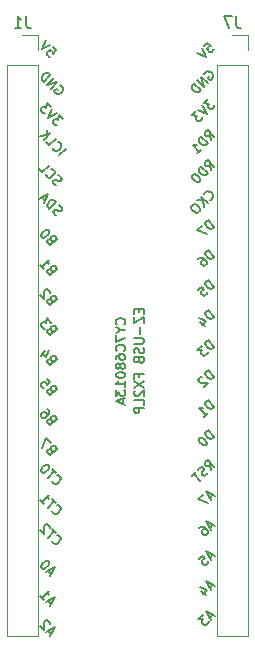
<source format=gbr>
%TF.GenerationSoftware,KiCad,Pcbnew,7.0.2-6a45011f42~172~ubuntu20.04.1*%
%TF.CreationDate,2023-04-23T13:30:35+07:00*%
%TF.ProjectId,EZ-USB-FX2LP-micro,455a2d55-5342-42d4-9658-324c502d6d69,rev?*%
%TF.SameCoordinates,Original*%
%TF.FileFunction,Legend,Bot*%
%TF.FilePolarity,Positive*%
%FSLAX46Y46*%
G04 Gerber Fmt 4.6, Leading zero omitted, Abs format (unit mm)*
G04 Created by KiCad (PCBNEW 7.0.2-6a45011f42~172~ubuntu20.04.1) date 2023-04-23 13:30:35*
%MOMM*%
%LPD*%
G01*
G04 APERTURE LIST*
%ADD10C,0.200000*%
%ADD11C,0.150000*%
%ADD12C,0.120000*%
G04 APERTURE END LIST*
D10*
X153280596Y-126064096D02*
X153011222Y-126333470D01*
X153496096Y-126171845D02*
X152741848Y-125794722D01*
X152741848Y-125794722D02*
X153118972Y-126548969D01*
X152310850Y-126602843D02*
X152687974Y-126979967D01*
X152230038Y-126252657D02*
X152768786Y-126522031D01*
X152768786Y-126522031D02*
X152418600Y-126872217D01*
X139673778Y-122380360D02*
X139673778Y-122434235D01*
X139673778Y-122434235D02*
X139727652Y-122541984D01*
X139727652Y-122541984D02*
X139781527Y-122595859D01*
X139781527Y-122595859D02*
X139889277Y-122649734D01*
X139889277Y-122649734D02*
X139997026Y-122649734D01*
X139997026Y-122649734D02*
X140077839Y-122622796D01*
X140077839Y-122622796D02*
X140212526Y-122541984D01*
X140212526Y-122541984D02*
X140293338Y-122461172D01*
X140293338Y-122461172D02*
X140374150Y-122326485D01*
X140374150Y-122326485D02*
X140401087Y-122245673D01*
X140401087Y-122245673D02*
X140401087Y-122137923D01*
X140401087Y-122137923D02*
X140347213Y-122030174D01*
X140347213Y-122030174D02*
X140293338Y-121976299D01*
X140293338Y-121976299D02*
X140185588Y-121922424D01*
X140185588Y-121922424D02*
X140131713Y-121922424D01*
X140023964Y-121706925D02*
X139700715Y-121383676D01*
X139296654Y-122110986D02*
X139862339Y-121545300D01*
X139485216Y-121275926D02*
X139485216Y-121222051D01*
X139485216Y-121222051D02*
X139458278Y-121141239D01*
X139458278Y-121141239D02*
X139323591Y-121006552D01*
X139323591Y-121006552D02*
X139242779Y-120979615D01*
X139242779Y-120979615D02*
X139188904Y-120979615D01*
X139188904Y-120979615D02*
X139108092Y-121006552D01*
X139108092Y-121006552D02*
X139054217Y-121060427D01*
X139054217Y-121060427D02*
X139000342Y-121168177D01*
X139000342Y-121168177D02*
X139000342Y-121814674D01*
X139000342Y-121814674D02*
X138650156Y-121464488D01*
X153415283Y-111012657D02*
X152849598Y-110446972D01*
X152849598Y-110446972D02*
X152714911Y-110581659D01*
X152714911Y-110581659D02*
X152661036Y-110689409D01*
X152661036Y-110689409D02*
X152661036Y-110797158D01*
X152661036Y-110797158D02*
X152687974Y-110877970D01*
X152687974Y-110877970D02*
X152768786Y-111012657D01*
X152768786Y-111012657D02*
X152849598Y-111093470D01*
X152849598Y-111093470D02*
X152984285Y-111174282D01*
X152984285Y-111174282D02*
X153065097Y-111201219D01*
X153065097Y-111201219D02*
X153172847Y-111201219D01*
X153172847Y-111201219D02*
X153280596Y-111147344D01*
X153280596Y-111147344D02*
X153415283Y-111012657D01*
X152553287Y-111874654D02*
X152876535Y-111551405D01*
X152714911Y-111713030D02*
X152149226Y-111147344D01*
X152149226Y-111147344D02*
X152283913Y-111174282D01*
X152283913Y-111174282D02*
X152391662Y-111174282D01*
X152391662Y-111174282D02*
X152472474Y-111147344D01*
X153415283Y-105932657D02*
X152849598Y-105366972D01*
X152849598Y-105366972D02*
X152714911Y-105501659D01*
X152714911Y-105501659D02*
X152661036Y-105609409D01*
X152661036Y-105609409D02*
X152661036Y-105717158D01*
X152661036Y-105717158D02*
X152687974Y-105797970D01*
X152687974Y-105797970D02*
X152768786Y-105932657D01*
X152768786Y-105932657D02*
X152849598Y-106013470D01*
X152849598Y-106013470D02*
X152984285Y-106094282D01*
X152984285Y-106094282D02*
X153065097Y-106121219D01*
X153065097Y-106121219D02*
X153172847Y-106121219D01*
X153172847Y-106121219D02*
X153280596Y-106067344D01*
X153280596Y-106067344D02*
X153415283Y-105932657D01*
X152337787Y-105878783D02*
X151987601Y-106228969D01*
X151987601Y-106228969D02*
X152391662Y-106255906D01*
X152391662Y-106255906D02*
X152310850Y-106336718D01*
X152310850Y-106336718D02*
X152283913Y-106417531D01*
X152283913Y-106417531D02*
X152283913Y-106471405D01*
X152283913Y-106471405D02*
X152310850Y-106552218D01*
X152310850Y-106552218D02*
X152445537Y-106686905D01*
X152445537Y-106686905D02*
X152526349Y-106713842D01*
X152526349Y-106713842D02*
X152580224Y-106713842D01*
X152580224Y-106713842D02*
X152661036Y-106686905D01*
X152661036Y-106686905D02*
X152822661Y-106525280D01*
X152822661Y-106525280D02*
X152849598Y-106444468D01*
X152849598Y-106444468D02*
X152849598Y-106390593D01*
X152580224Y-82830221D02*
X152607161Y-82749409D01*
X152607161Y-82749409D02*
X152687974Y-82668596D01*
X152687974Y-82668596D02*
X152795723Y-82614722D01*
X152795723Y-82614722D02*
X152903473Y-82614722D01*
X152903473Y-82614722D02*
X152984285Y-82641659D01*
X152984285Y-82641659D02*
X153118972Y-82722471D01*
X153118972Y-82722471D02*
X153199784Y-82803283D01*
X153199784Y-82803283D02*
X153280596Y-82937970D01*
X153280596Y-82937970D02*
X153307534Y-83018783D01*
X153307534Y-83018783D02*
X153307534Y-83126532D01*
X153307534Y-83126532D02*
X153253659Y-83234282D01*
X153253659Y-83234282D02*
X153199784Y-83288157D01*
X153199784Y-83288157D02*
X153092035Y-83342031D01*
X153092035Y-83342031D02*
X153038160Y-83342031D01*
X153038160Y-83342031D02*
X152849598Y-83153470D01*
X152849598Y-83153470D02*
X152957348Y-83045720D01*
X152849598Y-83638343D02*
X152283913Y-83072657D01*
X152283913Y-83072657D02*
X152526349Y-83961592D01*
X152526349Y-83961592D02*
X151960664Y-83395906D01*
X152256975Y-84230965D02*
X151691290Y-83665280D01*
X151691290Y-83665280D02*
X151556603Y-83799967D01*
X151556603Y-83799967D02*
X151502728Y-83907717D01*
X151502728Y-83907717D02*
X151502728Y-84015466D01*
X151502728Y-84015466D02*
X151529665Y-84096278D01*
X151529665Y-84096278D02*
X151610478Y-84230965D01*
X151610478Y-84230965D02*
X151691290Y-84311778D01*
X151691290Y-84311778D02*
X151825977Y-84392590D01*
X151825977Y-84392590D02*
X151906789Y-84419527D01*
X151906789Y-84419527D02*
X152014539Y-84419527D01*
X152014539Y-84419527D02*
X152122288Y-84365652D01*
X152122288Y-84365652D02*
X152256975Y-84230965D01*
X139619903Y-104492610D02*
X139512154Y-104438735D01*
X139512154Y-104438735D02*
X139458279Y-104438735D01*
X139458279Y-104438735D02*
X139377467Y-104465673D01*
X139377467Y-104465673D02*
X139296654Y-104546485D01*
X139296654Y-104546485D02*
X139269717Y-104627297D01*
X139269717Y-104627297D02*
X139269717Y-104681172D01*
X139269717Y-104681172D02*
X139296654Y-104761984D01*
X139296654Y-104761984D02*
X139512154Y-104977483D01*
X139512154Y-104977483D02*
X140077839Y-104411798D01*
X140077839Y-104411798D02*
X139889277Y-104223236D01*
X139889277Y-104223236D02*
X139808465Y-104196299D01*
X139808465Y-104196299D02*
X139754590Y-104196299D01*
X139754590Y-104196299D02*
X139673778Y-104223236D01*
X139673778Y-104223236D02*
X139619903Y-104277111D01*
X139619903Y-104277111D02*
X139592966Y-104357923D01*
X139592966Y-104357923D02*
X139592966Y-104411798D01*
X139592966Y-104411798D02*
X139619903Y-104492610D01*
X139619903Y-104492610D02*
X139808465Y-104681172D01*
X139566028Y-103899987D02*
X139215842Y-103549801D01*
X139215842Y-103549801D02*
X139188905Y-103953862D01*
X139188905Y-103953862D02*
X139108093Y-103873050D01*
X139108093Y-103873050D02*
X139027280Y-103846113D01*
X139027280Y-103846113D02*
X138973406Y-103846113D01*
X138973406Y-103846113D02*
X138892593Y-103873050D01*
X138892593Y-103873050D02*
X138757906Y-104007737D01*
X138757906Y-104007737D02*
X138730969Y-104088549D01*
X138730969Y-104088549D02*
X138730969Y-104142424D01*
X138730969Y-104142424D02*
X138757906Y-104223236D01*
X138757906Y-104223236D02*
X138919531Y-104384861D01*
X138919531Y-104384861D02*
X139000343Y-104411798D01*
X139000343Y-104411798D02*
X139054218Y-104411798D01*
X153280596Y-120984096D02*
X153011222Y-121253470D01*
X153496096Y-121091845D02*
X152741848Y-120714722D01*
X152741848Y-120714722D02*
X153118972Y-121468969D01*
X152122288Y-121334282D02*
X152230038Y-121226532D01*
X152230038Y-121226532D02*
X152310850Y-121199595D01*
X152310850Y-121199595D02*
X152364725Y-121199595D01*
X152364725Y-121199595D02*
X152499412Y-121226532D01*
X152499412Y-121226532D02*
X152634099Y-121307344D01*
X152634099Y-121307344D02*
X152849598Y-121522843D01*
X152849598Y-121522843D02*
X152876536Y-121603656D01*
X152876536Y-121603656D02*
X152876536Y-121657530D01*
X152876536Y-121657530D02*
X152849598Y-121738343D01*
X152849598Y-121738343D02*
X152741849Y-121846092D01*
X152741849Y-121846092D02*
X152661036Y-121873030D01*
X152661036Y-121873030D02*
X152607162Y-121873030D01*
X152607162Y-121873030D02*
X152526349Y-121846092D01*
X152526349Y-121846092D02*
X152391662Y-121711405D01*
X152391662Y-121711405D02*
X152364725Y-121630593D01*
X152364725Y-121630593D02*
X152364725Y-121576718D01*
X152364725Y-121576718D02*
X152391662Y-121495906D01*
X152391662Y-121495906D02*
X152499412Y-121388156D01*
X152499412Y-121388156D02*
X152580224Y-121361219D01*
X152580224Y-121361219D02*
X152634099Y-121361219D01*
X152634099Y-121361219D02*
X152714911Y-121388156D01*
X152903473Y-84993097D02*
X152553287Y-85343283D01*
X152553287Y-85343283D02*
X152957348Y-85370221D01*
X152957348Y-85370221D02*
X152876535Y-85451033D01*
X152876535Y-85451033D02*
X152849598Y-85531845D01*
X152849598Y-85531845D02*
X152849598Y-85585720D01*
X152849598Y-85585720D02*
X152876535Y-85666532D01*
X152876535Y-85666532D02*
X153011222Y-85801219D01*
X153011222Y-85801219D02*
X153092035Y-85828157D01*
X153092035Y-85828157D02*
X153145909Y-85828157D01*
X153145909Y-85828157D02*
X153226722Y-85801219D01*
X153226722Y-85801219D02*
X153388346Y-85639595D01*
X153388346Y-85639595D02*
X153415283Y-85558783D01*
X153415283Y-85558783D02*
X153415283Y-85504908D01*
X152391662Y-85504908D02*
X152768786Y-86259155D01*
X152768786Y-86259155D02*
X152014538Y-85882032D01*
X151879852Y-86016718D02*
X151529665Y-86366905D01*
X151529665Y-86366905D02*
X151933726Y-86393842D01*
X151933726Y-86393842D02*
X151852914Y-86474654D01*
X151852914Y-86474654D02*
X151825977Y-86555466D01*
X151825977Y-86555466D02*
X151825977Y-86609341D01*
X151825977Y-86609341D02*
X151852914Y-86690153D01*
X151852914Y-86690153D02*
X151987601Y-86824840D01*
X151987601Y-86824840D02*
X152068413Y-86851778D01*
X152068413Y-86851778D02*
X152122288Y-86851778D01*
X152122288Y-86851778D02*
X152203100Y-86824840D01*
X152203100Y-86824840D02*
X152364725Y-86663216D01*
X152364725Y-86663216D02*
X152391662Y-86582404D01*
X152391662Y-86582404D02*
X152391662Y-86528529D01*
X139673778Y-119840360D02*
X139673778Y-119894235D01*
X139673778Y-119894235D02*
X139727652Y-120001984D01*
X139727652Y-120001984D02*
X139781527Y-120055859D01*
X139781527Y-120055859D02*
X139889277Y-120109734D01*
X139889277Y-120109734D02*
X139997026Y-120109734D01*
X139997026Y-120109734D02*
X140077839Y-120082796D01*
X140077839Y-120082796D02*
X140212526Y-120001984D01*
X140212526Y-120001984D02*
X140293338Y-119921172D01*
X140293338Y-119921172D02*
X140374150Y-119786485D01*
X140374150Y-119786485D02*
X140401087Y-119705673D01*
X140401087Y-119705673D02*
X140401087Y-119597923D01*
X140401087Y-119597923D02*
X140347213Y-119490174D01*
X140347213Y-119490174D02*
X140293338Y-119436299D01*
X140293338Y-119436299D02*
X140185588Y-119382424D01*
X140185588Y-119382424D02*
X140131713Y-119382424D01*
X140023964Y-119166925D02*
X139700715Y-118843676D01*
X139296654Y-119570986D02*
X139862339Y-119005300D01*
X138650156Y-118924488D02*
X138973405Y-119247737D01*
X138811781Y-119086112D02*
X139377466Y-118520427D01*
X139377466Y-118520427D02*
X139350529Y-118655114D01*
X139350529Y-118655114D02*
X139350529Y-118762864D01*
X139350529Y-118762864D02*
X139377466Y-118843676D01*
X153415283Y-108472657D02*
X152849598Y-107906972D01*
X152849598Y-107906972D02*
X152714911Y-108041659D01*
X152714911Y-108041659D02*
X152661036Y-108149409D01*
X152661036Y-108149409D02*
X152661036Y-108257158D01*
X152661036Y-108257158D02*
X152687974Y-108337970D01*
X152687974Y-108337970D02*
X152768786Y-108472657D01*
X152768786Y-108472657D02*
X152849598Y-108553470D01*
X152849598Y-108553470D02*
X152984285Y-108634282D01*
X152984285Y-108634282D02*
X153065097Y-108661219D01*
X153065097Y-108661219D02*
X153172847Y-108661219D01*
X153172847Y-108661219D02*
X153280596Y-108607344D01*
X153280596Y-108607344D02*
X153415283Y-108472657D01*
X152364725Y-108499595D02*
X152310850Y-108499595D01*
X152310850Y-108499595D02*
X152230038Y-108526532D01*
X152230038Y-108526532D02*
X152095351Y-108661219D01*
X152095351Y-108661219D02*
X152068413Y-108742031D01*
X152068413Y-108742031D02*
X152068413Y-108795906D01*
X152068413Y-108795906D02*
X152095351Y-108876718D01*
X152095351Y-108876718D02*
X152149226Y-108930593D01*
X152149226Y-108930593D02*
X152256975Y-108984468D01*
X152256975Y-108984468D02*
X152903473Y-108984468D01*
X152903473Y-108984468D02*
X152553287Y-109334654D01*
X153092035Y-91015906D02*
X153011222Y-90557970D01*
X153415283Y-90692657D02*
X152849598Y-90126972D01*
X152849598Y-90126972D02*
X152634099Y-90342471D01*
X152634099Y-90342471D02*
X152607161Y-90423283D01*
X152607161Y-90423283D02*
X152607161Y-90477158D01*
X152607161Y-90477158D02*
X152634099Y-90557970D01*
X152634099Y-90557970D02*
X152714911Y-90638783D01*
X152714911Y-90638783D02*
X152795723Y-90665720D01*
X152795723Y-90665720D02*
X152849598Y-90665720D01*
X152849598Y-90665720D02*
X152930410Y-90638783D01*
X152930410Y-90638783D02*
X153145909Y-90423283D01*
X152849598Y-91258343D02*
X152283913Y-90692657D01*
X152283913Y-90692657D02*
X152149226Y-90827344D01*
X152149226Y-90827344D02*
X152095351Y-90935094D01*
X152095351Y-90935094D02*
X152095351Y-91042844D01*
X152095351Y-91042844D02*
X152122288Y-91123656D01*
X152122288Y-91123656D02*
X152203100Y-91258343D01*
X152203100Y-91258343D02*
X152283913Y-91339155D01*
X152283913Y-91339155D02*
X152418600Y-91419967D01*
X152418600Y-91419967D02*
X152499412Y-91446905D01*
X152499412Y-91446905D02*
X152607161Y-91446905D01*
X152607161Y-91446905D02*
X152714911Y-91393030D01*
X152714911Y-91393030D02*
X152849598Y-91258343D01*
X151610477Y-91366092D02*
X151556603Y-91419967D01*
X151556603Y-91419967D02*
X151529665Y-91500779D01*
X151529665Y-91500779D02*
X151529665Y-91554654D01*
X151529665Y-91554654D02*
X151556603Y-91635466D01*
X151556603Y-91635466D02*
X151637415Y-91770153D01*
X151637415Y-91770153D02*
X151772102Y-91904840D01*
X151772102Y-91904840D02*
X151906789Y-91985653D01*
X151906789Y-91985653D02*
X151987601Y-92012590D01*
X151987601Y-92012590D02*
X152041476Y-92012590D01*
X152041476Y-92012590D02*
X152122288Y-91985653D01*
X152122288Y-91985653D02*
X152176163Y-91931778D01*
X152176163Y-91931778D02*
X152203100Y-91850966D01*
X152203100Y-91850966D02*
X152203100Y-91797091D01*
X152203100Y-91797091D02*
X152176163Y-91716279D01*
X152176163Y-91716279D02*
X152095351Y-91581592D01*
X152095351Y-91581592D02*
X151960664Y-91446905D01*
X151960664Y-91446905D02*
X151825977Y-91366092D01*
X151825977Y-91366092D02*
X151745164Y-91339155D01*
X151745164Y-91339155D02*
X151691290Y-91339155D01*
X151691290Y-91339155D02*
X151610477Y-91366092D01*
X140023964Y-92277483D02*
X139916215Y-92223609D01*
X139916215Y-92223609D02*
X139781528Y-92088922D01*
X139781528Y-92088922D02*
X139754590Y-92008109D01*
X139754590Y-92008109D02*
X139754590Y-91954235D01*
X139754590Y-91954235D02*
X139781528Y-91873422D01*
X139781528Y-91873422D02*
X139835403Y-91819548D01*
X139835403Y-91819548D02*
X139916215Y-91792610D01*
X139916215Y-91792610D02*
X139970090Y-91792610D01*
X139970090Y-91792610D02*
X140050902Y-91819548D01*
X140050902Y-91819548D02*
X140185589Y-91900360D01*
X140185589Y-91900360D02*
X140266401Y-91927297D01*
X140266401Y-91927297D02*
X140320276Y-91927297D01*
X140320276Y-91927297D02*
X140401088Y-91900360D01*
X140401088Y-91900360D02*
X140454963Y-91846485D01*
X140454963Y-91846485D02*
X140481900Y-91765673D01*
X140481900Y-91765673D02*
X140481900Y-91711798D01*
X140481900Y-91711798D02*
X140454963Y-91630986D01*
X140454963Y-91630986D02*
X140320276Y-91496299D01*
X140320276Y-91496299D02*
X140212526Y-91442424D01*
X139161967Y-91361612D02*
X139161967Y-91415486D01*
X139161967Y-91415486D02*
X139215842Y-91523236D01*
X139215842Y-91523236D02*
X139269717Y-91577111D01*
X139269717Y-91577111D02*
X139377467Y-91630986D01*
X139377467Y-91630986D02*
X139485216Y-91630986D01*
X139485216Y-91630986D02*
X139566028Y-91604048D01*
X139566028Y-91604048D02*
X139700715Y-91523236D01*
X139700715Y-91523236D02*
X139781528Y-91442424D01*
X139781528Y-91442424D02*
X139862340Y-91307737D01*
X139862340Y-91307737D02*
X139889277Y-91226925D01*
X139889277Y-91226925D02*
X139889277Y-91119175D01*
X139889277Y-91119175D02*
X139835402Y-91011425D01*
X139835402Y-91011425D02*
X139781528Y-90957551D01*
X139781528Y-90957551D02*
X139673778Y-90903676D01*
X139673778Y-90903676D02*
X139619903Y-90903676D01*
X138596282Y-90903676D02*
X138865656Y-91173050D01*
X138865656Y-91173050D02*
X139431341Y-90607364D01*
X153038160Y-93502031D02*
X153092035Y-93502031D01*
X153092035Y-93502031D02*
X153199784Y-93448157D01*
X153199784Y-93448157D02*
X153253659Y-93394282D01*
X153253659Y-93394282D02*
X153307534Y-93286532D01*
X153307534Y-93286532D02*
X153307534Y-93178783D01*
X153307534Y-93178783D02*
X153280596Y-93097970D01*
X153280596Y-93097970D02*
X153199784Y-92963283D01*
X153199784Y-92963283D02*
X153118972Y-92882471D01*
X153118972Y-92882471D02*
X152984285Y-92801659D01*
X152984285Y-92801659D02*
X152903473Y-92774722D01*
X152903473Y-92774722D02*
X152795723Y-92774722D01*
X152795723Y-92774722D02*
X152687974Y-92828596D01*
X152687974Y-92828596D02*
X152634099Y-92882471D01*
X152634099Y-92882471D02*
X152580224Y-92990221D01*
X152580224Y-92990221D02*
X152580224Y-93044096D01*
X152849598Y-93798343D02*
X152283913Y-93232657D01*
X152526349Y-94121592D02*
X152445537Y-93555906D01*
X151960664Y-93555906D02*
X152607161Y-93555906D01*
X151610477Y-93906092D02*
X151502728Y-94013842D01*
X151502728Y-94013842D02*
X151475790Y-94094654D01*
X151475790Y-94094654D02*
X151475790Y-94202404D01*
X151475790Y-94202404D02*
X151556603Y-94337091D01*
X151556603Y-94337091D02*
X151745164Y-94525653D01*
X151745164Y-94525653D02*
X151879852Y-94606465D01*
X151879852Y-94606465D02*
X151987601Y-94606465D01*
X151987601Y-94606465D02*
X152068413Y-94579527D01*
X152068413Y-94579527D02*
X152176163Y-94471778D01*
X152176163Y-94471778D02*
X152203100Y-94390966D01*
X152203100Y-94390966D02*
X152203100Y-94283216D01*
X152203100Y-94283216D02*
X152122288Y-94148529D01*
X152122288Y-94148529D02*
X151933726Y-93959967D01*
X151933726Y-93959967D02*
X151799039Y-93879155D01*
X151799039Y-93879155D02*
X151691290Y-93879155D01*
X151691290Y-93879155D02*
X151610477Y-93906092D01*
X153280596Y-128604096D02*
X153011222Y-128873470D01*
X153496096Y-128711845D02*
X152741848Y-128334722D01*
X152741848Y-128334722D02*
X153118972Y-129088969D01*
X152418600Y-128657970D02*
X152068414Y-129008156D01*
X152068414Y-129008156D02*
X152472475Y-129035094D01*
X152472475Y-129035094D02*
X152391662Y-129115906D01*
X152391662Y-129115906D02*
X152364725Y-129196718D01*
X152364725Y-129196718D02*
X152364725Y-129250593D01*
X152364725Y-129250593D02*
X152391662Y-129331405D01*
X152391662Y-129331405D02*
X152526349Y-129466092D01*
X152526349Y-129466092D02*
X152607162Y-129493030D01*
X152607162Y-129493030D02*
X152661036Y-129493030D01*
X152661036Y-129493030D02*
X152741849Y-129466092D01*
X152741849Y-129466092D02*
X152903473Y-129304468D01*
X152903473Y-129304468D02*
X152930410Y-129223656D01*
X152930410Y-129223656D02*
X152930410Y-129169781D01*
X139619903Y-130242796D02*
X139350529Y-129973422D01*
X139512154Y-130458296D02*
X139889277Y-129704048D01*
X139889277Y-129704048D02*
X139135030Y-130081172D01*
X139485217Y-129407737D02*
X139485217Y-129353862D01*
X139485217Y-129353862D02*
X139458279Y-129273050D01*
X139458279Y-129273050D02*
X139323592Y-129138363D01*
X139323592Y-129138363D02*
X139242780Y-129111426D01*
X139242780Y-129111426D02*
X139188905Y-129111426D01*
X139188905Y-129111426D02*
X139108093Y-129138363D01*
X139108093Y-129138363D02*
X139054218Y-129192238D01*
X139054218Y-129192238D02*
X139000343Y-129299988D01*
X139000343Y-129299988D02*
X139000343Y-129946485D01*
X139000343Y-129946485D02*
X138650157Y-129596299D01*
X153415283Y-100852657D02*
X152849598Y-100286972D01*
X152849598Y-100286972D02*
X152714911Y-100421659D01*
X152714911Y-100421659D02*
X152661036Y-100529409D01*
X152661036Y-100529409D02*
X152661036Y-100637158D01*
X152661036Y-100637158D02*
X152687974Y-100717970D01*
X152687974Y-100717970D02*
X152768786Y-100852657D01*
X152768786Y-100852657D02*
X152849598Y-100933470D01*
X152849598Y-100933470D02*
X152984285Y-101014282D01*
X152984285Y-101014282D02*
X153065097Y-101041219D01*
X153065097Y-101041219D02*
X153172847Y-101041219D01*
X153172847Y-101041219D02*
X153280596Y-100987344D01*
X153280596Y-100987344D02*
X153415283Y-100852657D01*
X152014539Y-101122031D02*
X152283913Y-100852657D01*
X152283913Y-100852657D02*
X152580224Y-101095094D01*
X152580224Y-101095094D02*
X152526349Y-101095094D01*
X152526349Y-101095094D02*
X152445537Y-101122031D01*
X152445537Y-101122031D02*
X152310850Y-101256718D01*
X152310850Y-101256718D02*
X152283913Y-101337531D01*
X152283913Y-101337531D02*
X152283913Y-101391405D01*
X152283913Y-101391405D02*
X152310850Y-101472218D01*
X152310850Y-101472218D02*
X152445537Y-101606905D01*
X152445537Y-101606905D02*
X152526349Y-101633842D01*
X152526349Y-101633842D02*
X152580224Y-101633842D01*
X152580224Y-101633842D02*
X152661036Y-101606905D01*
X152661036Y-101606905D02*
X152795723Y-101472218D01*
X152795723Y-101472218D02*
X152822661Y-101391405D01*
X152822661Y-101391405D02*
X152822661Y-101337531D01*
X139619903Y-125162796D02*
X139350529Y-124893422D01*
X139512154Y-125378296D02*
X139889277Y-124624048D01*
X139889277Y-124624048D02*
X139135030Y-125001172D01*
X139404404Y-124139175D02*
X139350530Y-124085301D01*
X139350530Y-124085301D02*
X139269717Y-124058363D01*
X139269717Y-124058363D02*
X139215843Y-124058363D01*
X139215843Y-124058363D02*
X139135030Y-124085301D01*
X139135030Y-124085301D02*
X139000343Y-124166113D01*
X139000343Y-124166113D02*
X138865656Y-124300800D01*
X138865656Y-124300800D02*
X138784844Y-124435487D01*
X138784844Y-124435487D02*
X138757907Y-124516299D01*
X138757907Y-124516299D02*
X138757907Y-124570174D01*
X138757907Y-124570174D02*
X138784844Y-124650986D01*
X138784844Y-124650986D02*
X138838719Y-124704861D01*
X138838719Y-124704861D02*
X138919531Y-124731798D01*
X138919531Y-124731798D02*
X138973406Y-124731798D01*
X138973406Y-124731798D02*
X139054218Y-124704861D01*
X139054218Y-124704861D02*
X139188905Y-124624049D01*
X139188905Y-124624049D02*
X139323592Y-124489362D01*
X139323592Y-124489362D02*
X139404404Y-124354675D01*
X139404404Y-124354675D02*
X139431342Y-124273862D01*
X139431342Y-124273862D02*
X139431342Y-124219988D01*
X139431342Y-124219988D02*
X139404404Y-124139175D01*
X153280596Y-123524096D02*
X153011222Y-123793470D01*
X153496096Y-123631845D02*
X152741848Y-123254722D01*
X152741848Y-123254722D02*
X153118972Y-124008969D01*
X152095351Y-123901219D02*
X152364725Y-123631845D01*
X152364725Y-123631845D02*
X152661036Y-123874282D01*
X152661036Y-123874282D02*
X152607162Y-123874282D01*
X152607162Y-123874282D02*
X152526349Y-123901219D01*
X152526349Y-123901219D02*
X152391662Y-124035906D01*
X152391662Y-124035906D02*
X152364725Y-124116718D01*
X152364725Y-124116718D02*
X152364725Y-124170593D01*
X152364725Y-124170593D02*
X152391662Y-124251405D01*
X152391662Y-124251405D02*
X152526349Y-124386092D01*
X152526349Y-124386092D02*
X152607162Y-124413030D01*
X152607162Y-124413030D02*
X152661036Y-124413030D01*
X152661036Y-124413030D02*
X152741849Y-124386092D01*
X152741849Y-124386092D02*
X152876536Y-124251405D01*
X152876536Y-124251405D02*
X152903473Y-124170593D01*
X152903473Y-124170593D02*
X152903473Y-124116718D01*
X139619903Y-109572610D02*
X139512154Y-109518735D01*
X139512154Y-109518735D02*
X139458279Y-109518735D01*
X139458279Y-109518735D02*
X139377467Y-109545673D01*
X139377467Y-109545673D02*
X139296654Y-109626485D01*
X139296654Y-109626485D02*
X139269717Y-109707297D01*
X139269717Y-109707297D02*
X139269717Y-109761172D01*
X139269717Y-109761172D02*
X139296654Y-109841984D01*
X139296654Y-109841984D02*
X139512154Y-110057483D01*
X139512154Y-110057483D02*
X140077839Y-109491798D01*
X140077839Y-109491798D02*
X139889277Y-109303236D01*
X139889277Y-109303236D02*
X139808465Y-109276299D01*
X139808465Y-109276299D02*
X139754590Y-109276299D01*
X139754590Y-109276299D02*
X139673778Y-109303236D01*
X139673778Y-109303236D02*
X139619903Y-109357111D01*
X139619903Y-109357111D02*
X139592966Y-109437923D01*
X139592966Y-109437923D02*
X139592966Y-109491798D01*
X139592966Y-109491798D02*
X139619903Y-109572610D01*
X139619903Y-109572610D02*
X139808465Y-109761172D01*
X139242780Y-108656739D02*
X139512154Y-108926113D01*
X139512154Y-108926113D02*
X139269717Y-109222424D01*
X139269717Y-109222424D02*
X139269717Y-109168549D01*
X139269717Y-109168549D02*
X139242780Y-109087737D01*
X139242780Y-109087737D02*
X139108093Y-108953050D01*
X139108093Y-108953050D02*
X139027280Y-108926113D01*
X139027280Y-108926113D02*
X138973406Y-108926113D01*
X138973406Y-108926113D02*
X138892593Y-108953050D01*
X138892593Y-108953050D02*
X138757906Y-109087737D01*
X138757906Y-109087737D02*
X138730969Y-109168549D01*
X138730969Y-109168549D02*
X138730969Y-109222424D01*
X138730969Y-109222424D02*
X138757906Y-109303236D01*
X138757906Y-109303236D02*
X138892593Y-109437923D01*
X138892593Y-109437923D02*
X138973406Y-109464861D01*
X138973406Y-109464861D02*
X139027280Y-109464861D01*
X139619903Y-99412610D02*
X139512154Y-99358735D01*
X139512154Y-99358735D02*
X139458279Y-99358735D01*
X139458279Y-99358735D02*
X139377467Y-99385673D01*
X139377467Y-99385673D02*
X139296654Y-99466485D01*
X139296654Y-99466485D02*
X139269717Y-99547297D01*
X139269717Y-99547297D02*
X139269717Y-99601172D01*
X139269717Y-99601172D02*
X139296654Y-99681984D01*
X139296654Y-99681984D02*
X139512154Y-99897483D01*
X139512154Y-99897483D02*
X140077839Y-99331798D01*
X140077839Y-99331798D02*
X139889277Y-99143236D01*
X139889277Y-99143236D02*
X139808465Y-99116299D01*
X139808465Y-99116299D02*
X139754590Y-99116299D01*
X139754590Y-99116299D02*
X139673778Y-99143236D01*
X139673778Y-99143236D02*
X139619903Y-99197111D01*
X139619903Y-99197111D02*
X139592966Y-99277923D01*
X139592966Y-99277923D02*
X139592966Y-99331798D01*
X139592966Y-99331798D02*
X139619903Y-99412610D01*
X139619903Y-99412610D02*
X139808465Y-99601172D01*
X138650157Y-99035487D02*
X138973406Y-99358735D01*
X138811781Y-99197111D02*
X139377467Y-98631426D01*
X139377467Y-98631426D02*
X139350529Y-98766113D01*
X139350529Y-98766113D02*
X139350529Y-98873862D01*
X139350529Y-98873862D02*
X139377467Y-98954674D01*
X139619903Y-107032610D02*
X139512154Y-106978735D01*
X139512154Y-106978735D02*
X139458279Y-106978735D01*
X139458279Y-106978735D02*
X139377467Y-107005673D01*
X139377467Y-107005673D02*
X139296654Y-107086485D01*
X139296654Y-107086485D02*
X139269717Y-107167297D01*
X139269717Y-107167297D02*
X139269717Y-107221172D01*
X139269717Y-107221172D02*
X139296654Y-107301984D01*
X139296654Y-107301984D02*
X139512154Y-107517483D01*
X139512154Y-107517483D02*
X140077839Y-106951798D01*
X140077839Y-106951798D02*
X139889277Y-106763236D01*
X139889277Y-106763236D02*
X139808465Y-106736299D01*
X139808465Y-106736299D02*
X139754590Y-106736299D01*
X139754590Y-106736299D02*
X139673778Y-106763236D01*
X139673778Y-106763236D02*
X139619903Y-106817111D01*
X139619903Y-106817111D02*
X139592966Y-106897923D01*
X139592966Y-106897923D02*
X139592966Y-106951798D01*
X139592966Y-106951798D02*
X139619903Y-107032610D01*
X139619903Y-107032610D02*
X139808465Y-107221172D01*
X139081155Y-106332238D02*
X138704032Y-106709361D01*
X139431341Y-106251426D02*
X139161967Y-106790174D01*
X139161967Y-106790174D02*
X138811781Y-106439987D01*
X153415283Y-113552657D02*
X152849598Y-112986972D01*
X152849598Y-112986972D02*
X152714911Y-113121659D01*
X152714911Y-113121659D02*
X152661036Y-113229409D01*
X152661036Y-113229409D02*
X152661036Y-113337158D01*
X152661036Y-113337158D02*
X152687974Y-113417970D01*
X152687974Y-113417970D02*
X152768786Y-113552657D01*
X152768786Y-113552657D02*
X152849598Y-113633470D01*
X152849598Y-113633470D02*
X152984285Y-113714282D01*
X152984285Y-113714282D02*
X153065097Y-113741219D01*
X153065097Y-113741219D02*
X153172847Y-113741219D01*
X153172847Y-113741219D02*
X153280596Y-113687344D01*
X153280596Y-113687344D02*
X153415283Y-113552657D01*
X152176163Y-113660407D02*
X152122288Y-113714282D01*
X152122288Y-113714282D02*
X152095351Y-113795094D01*
X152095351Y-113795094D02*
X152095351Y-113848969D01*
X152095351Y-113848969D02*
X152122288Y-113929781D01*
X152122288Y-113929781D02*
X152203100Y-114064468D01*
X152203100Y-114064468D02*
X152337787Y-114199155D01*
X152337787Y-114199155D02*
X152472474Y-114279967D01*
X152472474Y-114279967D02*
X152553287Y-114306905D01*
X152553287Y-114306905D02*
X152607161Y-114306905D01*
X152607161Y-114306905D02*
X152687974Y-114279967D01*
X152687974Y-114279967D02*
X152741848Y-114226092D01*
X152741848Y-114226092D02*
X152768786Y-114145280D01*
X152768786Y-114145280D02*
X152768786Y-114091405D01*
X152768786Y-114091405D02*
X152741848Y-114010593D01*
X152741848Y-114010593D02*
X152661036Y-113875906D01*
X152661036Y-113875906D02*
X152526349Y-113741219D01*
X152526349Y-113741219D02*
X152391662Y-113660407D01*
X152391662Y-113660407D02*
X152310850Y-113633470D01*
X152310850Y-113633470D02*
X152256975Y-113633470D01*
X152256975Y-113633470D02*
X152176163Y-113660407D01*
X152554824Y-80490346D02*
X152824198Y-80220972D01*
X152824198Y-80220972D02*
X153120509Y-80463409D01*
X153120509Y-80463409D02*
X153066635Y-80463409D01*
X153066635Y-80463409D02*
X152985822Y-80490346D01*
X152985822Y-80490346D02*
X152851135Y-80625033D01*
X152851135Y-80625033D02*
X152824198Y-80705845D01*
X152824198Y-80705845D02*
X152824198Y-80759720D01*
X152824198Y-80759720D02*
X152851135Y-80840532D01*
X152851135Y-80840532D02*
X152985822Y-80975219D01*
X152985822Y-80975219D02*
X153066635Y-81002157D01*
X153066635Y-81002157D02*
X153120509Y-81002157D01*
X153120509Y-81002157D02*
X153201322Y-80975219D01*
X153201322Y-80975219D02*
X153336009Y-80840532D01*
X153336009Y-80840532D02*
X153362946Y-80759720D01*
X153362946Y-80759720D02*
X153362946Y-80705845D01*
X152366262Y-80678908D02*
X152743386Y-81433155D01*
X152743386Y-81433155D02*
X151989138Y-81056032D01*
X153280596Y-118444096D02*
X153011222Y-118713470D01*
X153496096Y-118551845D02*
X152741848Y-118174722D01*
X152741848Y-118174722D02*
X153118972Y-118928969D01*
X152418600Y-118497970D02*
X152041476Y-118875094D01*
X152041476Y-118875094D02*
X152849598Y-119198343D01*
X153092035Y-116415906D02*
X153011222Y-115957970D01*
X153415283Y-116092657D02*
X152849598Y-115526972D01*
X152849598Y-115526972D02*
X152634099Y-115742471D01*
X152634099Y-115742471D02*
X152607161Y-115823283D01*
X152607161Y-115823283D02*
X152607161Y-115877158D01*
X152607161Y-115877158D02*
X152634099Y-115957970D01*
X152634099Y-115957970D02*
X152714911Y-116038783D01*
X152714911Y-116038783D02*
X152795723Y-116065720D01*
X152795723Y-116065720D02*
X152849598Y-116065720D01*
X152849598Y-116065720D02*
X152930410Y-116038783D01*
X152930410Y-116038783D02*
X153145909Y-115823283D01*
X152849598Y-116604468D02*
X152795723Y-116712218D01*
X152795723Y-116712218D02*
X152661036Y-116846905D01*
X152661036Y-116846905D02*
X152580224Y-116873842D01*
X152580224Y-116873842D02*
X152526349Y-116873842D01*
X152526349Y-116873842D02*
X152445537Y-116846905D01*
X152445537Y-116846905D02*
X152391662Y-116793030D01*
X152391662Y-116793030D02*
X152364725Y-116712218D01*
X152364725Y-116712218D02*
X152364725Y-116658343D01*
X152364725Y-116658343D02*
X152391662Y-116577531D01*
X152391662Y-116577531D02*
X152472474Y-116442844D01*
X152472474Y-116442844D02*
X152499412Y-116362031D01*
X152499412Y-116362031D02*
X152499412Y-116308157D01*
X152499412Y-116308157D02*
X152472474Y-116227344D01*
X152472474Y-116227344D02*
X152418600Y-116173470D01*
X152418600Y-116173470D02*
X152337787Y-116146532D01*
X152337787Y-116146532D02*
X152283913Y-116146532D01*
X152283913Y-116146532D02*
X152203100Y-116173470D01*
X152203100Y-116173470D02*
X152068413Y-116308157D01*
X152068413Y-116308157D02*
X152014539Y-116415906D01*
X151825977Y-116550593D02*
X151502728Y-116873842D01*
X152230038Y-117277903D02*
X151664352Y-116712218D01*
X140050901Y-94817483D02*
X139943152Y-94763609D01*
X139943152Y-94763609D02*
X139808465Y-94628922D01*
X139808465Y-94628922D02*
X139781527Y-94548109D01*
X139781527Y-94548109D02*
X139781527Y-94494235D01*
X139781527Y-94494235D02*
X139808465Y-94413422D01*
X139808465Y-94413422D02*
X139862340Y-94359548D01*
X139862340Y-94359548D02*
X139943152Y-94332610D01*
X139943152Y-94332610D02*
X139997027Y-94332610D01*
X139997027Y-94332610D02*
X140077839Y-94359548D01*
X140077839Y-94359548D02*
X140212526Y-94440360D01*
X140212526Y-94440360D02*
X140293338Y-94467297D01*
X140293338Y-94467297D02*
X140347213Y-94467297D01*
X140347213Y-94467297D02*
X140428025Y-94440360D01*
X140428025Y-94440360D02*
X140481900Y-94386485D01*
X140481900Y-94386485D02*
X140508837Y-94305673D01*
X140508837Y-94305673D02*
X140508837Y-94251798D01*
X140508837Y-94251798D02*
X140481900Y-94170986D01*
X140481900Y-94170986D02*
X140347213Y-94036299D01*
X140347213Y-94036299D02*
X140239463Y-93982424D01*
X139458278Y-94278735D02*
X140023964Y-93713050D01*
X140023964Y-93713050D02*
X139889277Y-93578363D01*
X139889277Y-93578363D02*
X139781527Y-93524488D01*
X139781527Y-93524488D02*
X139673778Y-93524488D01*
X139673778Y-93524488D02*
X139592965Y-93551425D01*
X139592965Y-93551425D02*
X139458278Y-93632238D01*
X139458278Y-93632238D02*
X139377466Y-93713050D01*
X139377466Y-93713050D02*
X139296654Y-93847737D01*
X139296654Y-93847737D02*
X139269717Y-93928549D01*
X139269717Y-93928549D02*
X139269717Y-94036299D01*
X139269717Y-94036299D02*
X139323591Y-94144048D01*
X139323591Y-94144048D02*
X139458278Y-94278735D01*
X139081155Y-93578363D02*
X138811781Y-93308989D01*
X138973405Y-93793862D02*
X139350529Y-93039615D01*
X139350529Y-93039615D02*
X138596282Y-93416738D01*
X139619903Y-114652610D02*
X139512154Y-114598735D01*
X139512154Y-114598735D02*
X139458279Y-114598735D01*
X139458279Y-114598735D02*
X139377467Y-114625673D01*
X139377467Y-114625673D02*
X139296654Y-114706485D01*
X139296654Y-114706485D02*
X139269717Y-114787297D01*
X139269717Y-114787297D02*
X139269717Y-114841172D01*
X139269717Y-114841172D02*
X139296654Y-114921984D01*
X139296654Y-114921984D02*
X139512154Y-115137483D01*
X139512154Y-115137483D02*
X140077839Y-114571798D01*
X140077839Y-114571798D02*
X139889277Y-114383236D01*
X139889277Y-114383236D02*
X139808465Y-114356299D01*
X139808465Y-114356299D02*
X139754590Y-114356299D01*
X139754590Y-114356299D02*
X139673778Y-114383236D01*
X139673778Y-114383236D02*
X139619903Y-114437111D01*
X139619903Y-114437111D02*
X139592966Y-114517923D01*
X139592966Y-114517923D02*
X139592966Y-114571798D01*
X139592966Y-114571798D02*
X139619903Y-114652610D01*
X139619903Y-114652610D02*
X139808465Y-114841172D01*
X139566028Y-114059987D02*
X139188905Y-113682864D01*
X139188905Y-113682864D02*
X138865656Y-114490986D01*
X153415283Y-95772657D02*
X152849598Y-95206972D01*
X152849598Y-95206972D02*
X152714911Y-95341659D01*
X152714911Y-95341659D02*
X152661036Y-95449409D01*
X152661036Y-95449409D02*
X152661036Y-95557158D01*
X152661036Y-95557158D02*
X152687974Y-95637970D01*
X152687974Y-95637970D02*
X152768786Y-95772657D01*
X152768786Y-95772657D02*
X152849598Y-95853470D01*
X152849598Y-95853470D02*
X152984285Y-95934282D01*
X152984285Y-95934282D02*
X153065097Y-95961219D01*
X153065097Y-95961219D02*
X153172847Y-95961219D01*
X153172847Y-95961219D02*
X153280596Y-95907344D01*
X153280596Y-95907344D02*
X153415283Y-95772657D01*
X152337787Y-95718783D02*
X151960664Y-96095906D01*
X151960664Y-96095906D02*
X152768786Y-96419155D01*
X139619903Y-101952610D02*
X139512154Y-101898735D01*
X139512154Y-101898735D02*
X139458279Y-101898735D01*
X139458279Y-101898735D02*
X139377467Y-101925673D01*
X139377467Y-101925673D02*
X139296654Y-102006485D01*
X139296654Y-102006485D02*
X139269717Y-102087297D01*
X139269717Y-102087297D02*
X139269717Y-102141172D01*
X139269717Y-102141172D02*
X139296654Y-102221984D01*
X139296654Y-102221984D02*
X139512154Y-102437483D01*
X139512154Y-102437483D02*
X140077839Y-101871798D01*
X140077839Y-101871798D02*
X139889277Y-101683236D01*
X139889277Y-101683236D02*
X139808465Y-101656299D01*
X139808465Y-101656299D02*
X139754590Y-101656299D01*
X139754590Y-101656299D02*
X139673778Y-101683236D01*
X139673778Y-101683236D02*
X139619903Y-101737111D01*
X139619903Y-101737111D02*
X139592966Y-101817923D01*
X139592966Y-101817923D02*
X139592966Y-101871798D01*
X139592966Y-101871798D02*
X139619903Y-101952610D01*
X139619903Y-101952610D02*
X139808465Y-102141172D01*
X139485216Y-101386925D02*
X139485216Y-101333050D01*
X139485216Y-101333050D02*
X139458279Y-101252238D01*
X139458279Y-101252238D02*
X139323592Y-101117551D01*
X139323592Y-101117551D02*
X139242780Y-101090613D01*
X139242780Y-101090613D02*
X139188905Y-101090613D01*
X139188905Y-101090613D02*
X139108093Y-101117551D01*
X139108093Y-101117551D02*
X139054218Y-101171426D01*
X139054218Y-101171426D02*
X139000343Y-101279175D01*
X139000343Y-101279175D02*
X139000343Y-101925673D01*
X139000343Y-101925673D02*
X138650157Y-101575487D01*
X139727653Y-80571224D02*
X139997027Y-80840598D01*
X139997027Y-80840598D02*
X139754590Y-81136909D01*
X139754590Y-81136909D02*
X139754590Y-81083035D01*
X139754590Y-81083035D02*
X139727653Y-81002222D01*
X139727653Y-81002222D02*
X139592966Y-80867535D01*
X139592966Y-80867535D02*
X139512154Y-80840598D01*
X139512154Y-80840598D02*
X139458279Y-80840598D01*
X139458279Y-80840598D02*
X139377467Y-80867535D01*
X139377467Y-80867535D02*
X139242780Y-81002222D01*
X139242780Y-81002222D02*
X139215842Y-81083035D01*
X139215842Y-81083035D02*
X139215842Y-81136909D01*
X139215842Y-81136909D02*
X139242780Y-81217722D01*
X139242780Y-81217722D02*
X139377467Y-81352409D01*
X139377467Y-81352409D02*
X139458279Y-81379346D01*
X139458279Y-81379346D02*
X139512154Y-81379346D01*
X139539091Y-80382662D02*
X138784844Y-80759786D01*
X138784844Y-80759786D02*
X139161967Y-80005538D01*
X139619903Y-112112610D02*
X139512154Y-112058735D01*
X139512154Y-112058735D02*
X139458279Y-112058735D01*
X139458279Y-112058735D02*
X139377467Y-112085673D01*
X139377467Y-112085673D02*
X139296654Y-112166485D01*
X139296654Y-112166485D02*
X139269717Y-112247297D01*
X139269717Y-112247297D02*
X139269717Y-112301172D01*
X139269717Y-112301172D02*
X139296654Y-112381984D01*
X139296654Y-112381984D02*
X139512154Y-112597483D01*
X139512154Y-112597483D02*
X140077839Y-112031798D01*
X140077839Y-112031798D02*
X139889277Y-111843236D01*
X139889277Y-111843236D02*
X139808465Y-111816299D01*
X139808465Y-111816299D02*
X139754590Y-111816299D01*
X139754590Y-111816299D02*
X139673778Y-111843236D01*
X139673778Y-111843236D02*
X139619903Y-111897111D01*
X139619903Y-111897111D02*
X139592966Y-111977923D01*
X139592966Y-111977923D02*
X139592966Y-112031798D01*
X139592966Y-112031798D02*
X139619903Y-112112610D01*
X139619903Y-112112610D02*
X139808465Y-112301172D01*
X139269717Y-111223676D02*
X139377467Y-111331426D01*
X139377467Y-111331426D02*
X139404404Y-111412238D01*
X139404404Y-111412238D02*
X139404404Y-111466113D01*
X139404404Y-111466113D02*
X139377467Y-111600800D01*
X139377467Y-111600800D02*
X139296654Y-111735487D01*
X139296654Y-111735487D02*
X139081155Y-111950986D01*
X139081155Y-111950986D02*
X139000343Y-111977923D01*
X139000343Y-111977923D02*
X138946468Y-111977923D01*
X138946468Y-111977923D02*
X138865656Y-111950986D01*
X138865656Y-111950986D02*
X138757906Y-111843236D01*
X138757906Y-111843236D02*
X138730969Y-111762424D01*
X138730969Y-111762424D02*
X138730969Y-111708549D01*
X138730969Y-111708549D02*
X138757906Y-111627737D01*
X138757906Y-111627737D02*
X138892593Y-111493050D01*
X138892593Y-111493050D02*
X138973406Y-111466113D01*
X138973406Y-111466113D02*
X139027280Y-111466113D01*
X139027280Y-111466113D02*
X139108093Y-111493050D01*
X139108093Y-111493050D02*
X139215842Y-111600800D01*
X139215842Y-111600800D02*
X139242780Y-111681612D01*
X139242780Y-111681612D02*
X139242780Y-111735487D01*
X139242780Y-111735487D02*
X139215842Y-111816299D01*
X139619903Y-96872610D02*
X139512154Y-96818735D01*
X139512154Y-96818735D02*
X139458279Y-96818735D01*
X139458279Y-96818735D02*
X139377467Y-96845673D01*
X139377467Y-96845673D02*
X139296654Y-96926485D01*
X139296654Y-96926485D02*
X139269717Y-97007297D01*
X139269717Y-97007297D02*
X139269717Y-97061172D01*
X139269717Y-97061172D02*
X139296654Y-97141984D01*
X139296654Y-97141984D02*
X139512154Y-97357483D01*
X139512154Y-97357483D02*
X140077839Y-96791798D01*
X140077839Y-96791798D02*
X139889277Y-96603236D01*
X139889277Y-96603236D02*
X139808465Y-96576299D01*
X139808465Y-96576299D02*
X139754590Y-96576299D01*
X139754590Y-96576299D02*
X139673778Y-96603236D01*
X139673778Y-96603236D02*
X139619903Y-96657111D01*
X139619903Y-96657111D02*
X139592966Y-96737923D01*
X139592966Y-96737923D02*
X139592966Y-96791798D01*
X139592966Y-96791798D02*
X139619903Y-96872610D01*
X139619903Y-96872610D02*
X139808465Y-97061172D01*
X139404404Y-96118363D02*
X139350529Y-96064488D01*
X139350529Y-96064488D02*
X139269717Y-96037551D01*
X139269717Y-96037551D02*
X139215842Y-96037551D01*
X139215842Y-96037551D02*
X139135030Y-96064488D01*
X139135030Y-96064488D02*
X139000343Y-96145300D01*
X139000343Y-96145300D02*
X138865656Y-96279987D01*
X138865656Y-96279987D02*
X138784844Y-96414674D01*
X138784844Y-96414674D02*
X138757906Y-96495487D01*
X138757906Y-96495487D02*
X138757906Y-96549361D01*
X138757906Y-96549361D02*
X138784844Y-96630174D01*
X138784844Y-96630174D02*
X138838719Y-96684048D01*
X138838719Y-96684048D02*
X138919531Y-96710986D01*
X138919531Y-96710986D02*
X138973406Y-96710986D01*
X138973406Y-96710986D02*
X139054218Y-96684048D01*
X139054218Y-96684048D02*
X139188905Y-96603236D01*
X139188905Y-96603236D02*
X139323592Y-96468549D01*
X139323592Y-96468549D02*
X139404404Y-96333862D01*
X139404404Y-96333862D02*
X139431341Y-96253050D01*
X139431341Y-96253050D02*
X139431341Y-96199175D01*
X139431341Y-96199175D02*
X139404404Y-96118363D01*
D11*
X147031647Y-102768476D02*
X147031647Y-103035142D01*
X147450695Y-103149428D02*
X147450695Y-102768476D01*
X147450695Y-102768476D02*
X146650695Y-102768476D01*
X146650695Y-102768476D02*
X146650695Y-103149428D01*
X146650695Y-103416095D02*
X146650695Y-103949429D01*
X146650695Y-103949429D02*
X147450695Y-103416095D01*
X147450695Y-103416095D02*
X147450695Y-103949429D01*
X147145933Y-104254191D02*
X147145933Y-104863715D01*
X146650695Y-105244667D02*
X147298314Y-105244667D01*
X147298314Y-105244667D02*
X147374504Y-105282762D01*
X147374504Y-105282762D02*
X147412600Y-105320857D01*
X147412600Y-105320857D02*
X147450695Y-105397048D01*
X147450695Y-105397048D02*
X147450695Y-105549429D01*
X147450695Y-105549429D02*
X147412600Y-105625619D01*
X147412600Y-105625619D02*
X147374504Y-105663714D01*
X147374504Y-105663714D02*
X147298314Y-105701810D01*
X147298314Y-105701810D02*
X146650695Y-105701810D01*
X147412600Y-106044666D02*
X147450695Y-106158952D01*
X147450695Y-106158952D02*
X147450695Y-106349428D01*
X147450695Y-106349428D02*
X147412600Y-106425619D01*
X147412600Y-106425619D02*
X147374504Y-106463714D01*
X147374504Y-106463714D02*
X147298314Y-106501809D01*
X147298314Y-106501809D02*
X147222123Y-106501809D01*
X147222123Y-106501809D02*
X147145933Y-106463714D01*
X147145933Y-106463714D02*
X147107838Y-106425619D01*
X147107838Y-106425619D02*
X147069742Y-106349428D01*
X147069742Y-106349428D02*
X147031647Y-106197047D01*
X147031647Y-106197047D02*
X146993552Y-106120857D01*
X146993552Y-106120857D02*
X146955457Y-106082762D01*
X146955457Y-106082762D02*
X146879266Y-106044666D01*
X146879266Y-106044666D02*
X146803076Y-106044666D01*
X146803076Y-106044666D02*
X146726885Y-106082762D01*
X146726885Y-106082762D02*
X146688790Y-106120857D01*
X146688790Y-106120857D02*
X146650695Y-106197047D01*
X146650695Y-106197047D02*
X146650695Y-106387524D01*
X146650695Y-106387524D02*
X146688790Y-106501809D01*
X147031647Y-107111333D02*
X147069742Y-107225619D01*
X147069742Y-107225619D02*
X147107838Y-107263714D01*
X147107838Y-107263714D02*
X147184028Y-107301810D01*
X147184028Y-107301810D02*
X147298314Y-107301810D01*
X147298314Y-107301810D02*
X147374504Y-107263714D01*
X147374504Y-107263714D02*
X147412600Y-107225619D01*
X147412600Y-107225619D02*
X147450695Y-107149429D01*
X147450695Y-107149429D02*
X147450695Y-106844667D01*
X147450695Y-106844667D02*
X146650695Y-106844667D01*
X146650695Y-106844667D02*
X146650695Y-107111333D01*
X146650695Y-107111333D02*
X146688790Y-107187524D01*
X146688790Y-107187524D02*
X146726885Y-107225619D01*
X146726885Y-107225619D02*
X146803076Y-107263714D01*
X146803076Y-107263714D02*
X146879266Y-107263714D01*
X146879266Y-107263714D02*
X146955457Y-107225619D01*
X146955457Y-107225619D02*
X146993552Y-107187524D01*
X146993552Y-107187524D02*
X147031647Y-107111333D01*
X147031647Y-107111333D02*
X147031647Y-106844667D01*
X147031647Y-108520857D02*
X147031647Y-108254191D01*
X147450695Y-108254191D02*
X146650695Y-108254191D01*
X146650695Y-108254191D02*
X146650695Y-108635143D01*
X146650695Y-108863714D02*
X147450695Y-109397048D01*
X146650695Y-109397048D02*
X147450695Y-108863714D01*
X146726885Y-109663714D02*
X146688790Y-109701810D01*
X146688790Y-109701810D02*
X146650695Y-109778000D01*
X146650695Y-109778000D02*
X146650695Y-109968476D01*
X146650695Y-109968476D02*
X146688790Y-110044667D01*
X146688790Y-110044667D02*
X146726885Y-110082762D01*
X146726885Y-110082762D02*
X146803076Y-110120857D01*
X146803076Y-110120857D02*
X146879266Y-110120857D01*
X146879266Y-110120857D02*
X146993552Y-110082762D01*
X146993552Y-110082762D02*
X147450695Y-109625619D01*
X147450695Y-109625619D02*
X147450695Y-110120857D01*
X147450695Y-110844667D02*
X147450695Y-110463715D01*
X147450695Y-110463715D02*
X146650695Y-110463715D01*
X147450695Y-111111334D02*
X146650695Y-111111334D01*
X146650695Y-111111334D02*
X146650695Y-111416096D01*
X146650695Y-111416096D02*
X146688790Y-111492286D01*
X146688790Y-111492286D02*
X146726885Y-111530381D01*
X146726885Y-111530381D02*
X146803076Y-111568477D01*
X146803076Y-111568477D02*
X146917361Y-111568477D01*
X146917361Y-111568477D02*
X146993552Y-111530381D01*
X146993552Y-111530381D02*
X147031647Y-111492286D01*
X147031647Y-111492286D02*
X147069742Y-111416096D01*
X147069742Y-111416096D02*
X147069742Y-111111334D01*
D10*
X139619903Y-127702796D02*
X139350529Y-127433422D01*
X139512154Y-127918296D02*
X139889277Y-127164048D01*
X139889277Y-127164048D02*
X139135030Y-127541172D01*
X138650157Y-127056299D02*
X138973406Y-127379548D01*
X138811782Y-127217923D02*
X139377467Y-126652238D01*
X139377467Y-126652238D02*
X139350530Y-126786925D01*
X139350530Y-126786925D02*
X139350530Y-126894675D01*
X139350530Y-126894675D02*
X139377467Y-126975487D01*
D11*
X145799704Y-104025619D02*
X145837800Y-103987523D01*
X145837800Y-103987523D02*
X145875895Y-103873238D01*
X145875895Y-103873238D02*
X145875895Y-103797047D01*
X145875895Y-103797047D02*
X145837800Y-103682761D01*
X145837800Y-103682761D02*
X145761609Y-103606571D01*
X145761609Y-103606571D02*
X145685419Y-103568476D01*
X145685419Y-103568476D02*
X145533038Y-103530380D01*
X145533038Y-103530380D02*
X145418752Y-103530380D01*
X145418752Y-103530380D02*
X145266371Y-103568476D01*
X145266371Y-103568476D02*
X145190180Y-103606571D01*
X145190180Y-103606571D02*
X145113990Y-103682761D01*
X145113990Y-103682761D02*
X145075895Y-103797047D01*
X145075895Y-103797047D02*
X145075895Y-103873238D01*
X145075895Y-103873238D02*
X145113990Y-103987523D01*
X145113990Y-103987523D02*
X145152085Y-104025619D01*
X145494942Y-104520857D02*
X145875895Y-104520857D01*
X145075895Y-104254190D02*
X145494942Y-104520857D01*
X145494942Y-104520857D02*
X145075895Y-104787523D01*
X145075895Y-104977999D02*
X145075895Y-105511333D01*
X145075895Y-105511333D02*
X145875895Y-105168475D01*
X145799704Y-106273238D02*
X145837800Y-106235142D01*
X145837800Y-106235142D02*
X145875895Y-106120857D01*
X145875895Y-106120857D02*
X145875895Y-106044666D01*
X145875895Y-106044666D02*
X145837800Y-105930380D01*
X145837800Y-105930380D02*
X145761609Y-105854190D01*
X145761609Y-105854190D02*
X145685419Y-105816095D01*
X145685419Y-105816095D02*
X145533038Y-105777999D01*
X145533038Y-105777999D02*
X145418752Y-105777999D01*
X145418752Y-105777999D02*
X145266371Y-105816095D01*
X145266371Y-105816095D02*
X145190180Y-105854190D01*
X145190180Y-105854190D02*
X145113990Y-105930380D01*
X145113990Y-105930380D02*
X145075895Y-106044666D01*
X145075895Y-106044666D02*
X145075895Y-106120857D01*
X145075895Y-106120857D02*
X145113990Y-106235142D01*
X145113990Y-106235142D02*
X145152085Y-106273238D01*
X145075895Y-106958952D02*
X145075895Y-106806571D01*
X145075895Y-106806571D02*
X145113990Y-106730380D01*
X145113990Y-106730380D02*
X145152085Y-106692285D01*
X145152085Y-106692285D02*
X145266371Y-106616095D01*
X145266371Y-106616095D02*
X145418752Y-106577999D01*
X145418752Y-106577999D02*
X145723514Y-106577999D01*
X145723514Y-106577999D02*
X145799704Y-106616095D01*
X145799704Y-106616095D02*
X145837800Y-106654190D01*
X145837800Y-106654190D02*
X145875895Y-106730380D01*
X145875895Y-106730380D02*
X145875895Y-106882761D01*
X145875895Y-106882761D02*
X145837800Y-106958952D01*
X145837800Y-106958952D02*
X145799704Y-106997047D01*
X145799704Y-106997047D02*
X145723514Y-107035142D01*
X145723514Y-107035142D02*
X145533038Y-107035142D01*
X145533038Y-107035142D02*
X145456847Y-106997047D01*
X145456847Y-106997047D02*
X145418752Y-106958952D01*
X145418752Y-106958952D02*
X145380657Y-106882761D01*
X145380657Y-106882761D02*
X145380657Y-106730380D01*
X145380657Y-106730380D02*
X145418752Y-106654190D01*
X145418752Y-106654190D02*
X145456847Y-106616095D01*
X145456847Y-106616095D02*
X145533038Y-106577999D01*
X145418752Y-107492285D02*
X145380657Y-107416095D01*
X145380657Y-107416095D02*
X145342561Y-107378000D01*
X145342561Y-107378000D02*
X145266371Y-107339904D01*
X145266371Y-107339904D02*
X145228276Y-107339904D01*
X145228276Y-107339904D02*
X145152085Y-107378000D01*
X145152085Y-107378000D02*
X145113990Y-107416095D01*
X145113990Y-107416095D02*
X145075895Y-107492285D01*
X145075895Y-107492285D02*
X145075895Y-107644666D01*
X145075895Y-107644666D02*
X145113990Y-107720857D01*
X145113990Y-107720857D02*
X145152085Y-107758952D01*
X145152085Y-107758952D02*
X145228276Y-107797047D01*
X145228276Y-107797047D02*
X145266371Y-107797047D01*
X145266371Y-107797047D02*
X145342561Y-107758952D01*
X145342561Y-107758952D02*
X145380657Y-107720857D01*
X145380657Y-107720857D02*
X145418752Y-107644666D01*
X145418752Y-107644666D02*
X145418752Y-107492285D01*
X145418752Y-107492285D02*
X145456847Y-107416095D01*
X145456847Y-107416095D02*
X145494942Y-107378000D01*
X145494942Y-107378000D02*
X145571133Y-107339904D01*
X145571133Y-107339904D02*
X145723514Y-107339904D01*
X145723514Y-107339904D02*
X145799704Y-107378000D01*
X145799704Y-107378000D02*
X145837800Y-107416095D01*
X145837800Y-107416095D02*
X145875895Y-107492285D01*
X145875895Y-107492285D02*
X145875895Y-107644666D01*
X145875895Y-107644666D02*
X145837800Y-107720857D01*
X145837800Y-107720857D02*
X145799704Y-107758952D01*
X145799704Y-107758952D02*
X145723514Y-107797047D01*
X145723514Y-107797047D02*
X145571133Y-107797047D01*
X145571133Y-107797047D02*
X145494942Y-107758952D01*
X145494942Y-107758952D02*
X145456847Y-107720857D01*
X145456847Y-107720857D02*
X145418752Y-107644666D01*
X145075895Y-108292286D02*
X145075895Y-108368476D01*
X145075895Y-108368476D02*
X145113990Y-108444667D01*
X145113990Y-108444667D02*
X145152085Y-108482762D01*
X145152085Y-108482762D02*
X145228276Y-108520857D01*
X145228276Y-108520857D02*
X145380657Y-108558952D01*
X145380657Y-108558952D02*
X145571133Y-108558952D01*
X145571133Y-108558952D02*
X145723514Y-108520857D01*
X145723514Y-108520857D02*
X145799704Y-108482762D01*
X145799704Y-108482762D02*
X145837800Y-108444667D01*
X145837800Y-108444667D02*
X145875895Y-108368476D01*
X145875895Y-108368476D02*
X145875895Y-108292286D01*
X145875895Y-108292286D02*
X145837800Y-108216095D01*
X145837800Y-108216095D02*
X145799704Y-108178000D01*
X145799704Y-108178000D02*
X145723514Y-108139905D01*
X145723514Y-108139905D02*
X145571133Y-108101809D01*
X145571133Y-108101809D02*
X145380657Y-108101809D01*
X145380657Y-108101809D02*
X145228276Y-108139905D01*
X145228276Y-108139905D02*
X145152085Y-108178000D01*
X145152085Y-108178000D02*
X145113990Y-108216095D01*
X145113990Y-108216095D02*
X145075895Y-108292286D01*
X145875895Y-109320857D02*
X145875895Y-108863714D01*
X145875895Y-109092286D02*
X145075895Y-109092286D01*
X145075895Y-109092286D02*
X145190180Y-109016095D01*
X145190180Y-109016095D02*
X145266371Y-108939905D01*
X145266371Y-108939905D02*
X145304466Y-108863714D01*
X145075895Y-109587524D02*
X145075895Y-110082762D01*
X145075895Y-110082762D02*
X145380657Y-109816096D01*
X145380657Y-109816096D02*
X145380657Y-109930381D01*
X145380657Y-109930381D02*
X145418752Y-110006572D01*
X145418752Y-110006572D02*
X145456847Y-110044667D01*
X145456847Y-110044667D02*
X145533038Y-110082762D01*
X145533038Y-110082762D02*
X145723514Y-110082762D01*
X145723514Y-110082762D02*
X145799704Y-110044667D01*
X145799704Y-110044667D02*
X145837800Y-110006572D01*
X145837800Y-110006572D02*
X145875895Y-109930381D01*
X145875895Y-109930381D02*
X145875895Y-109701810D01*
X145875895Y-109701810D02*
X145837800Y-109625619D01*
X145837800Y-109625619D02*
X145799704Y-109587524D01*
X145647323Y-110387524D02*
X145647323Y-110768477D01*
X145875895Y-110311334D02*
X145075895Y-110578001D01*
X145075895Y-110578001D02*
X145875895Y-110844667D01*
D10*
X153092035Y-88475906D02*
X153011222Y-88017970D01*
X153415283Y-88152657D02*
X152849598Y-87586972D01*
X152849598Y-87586972D02*
X152634099Y-87802471D01*
X152634099Y-87802471D02*
X152607161Y-87883283D01*
X152607161Y-87883283D02*
X152607161Y-87937158D01*
X152607161Y-87937158D02*
X152634099Y-88017970D01*
X152634099Y-88017970D02*
X152714911Y-88098783D01*
X152714911Y-88098783D02*
X152795723Y-88125720D01*
X152795723Y-88125720D02*
X152849598Y-88125720D01*
X152849598Y-88125720D02*
X152930410Y-88098783D01*
X152930410Y-88098783D02*
X153145909Y-87883283D01*
X152849598Y-88718343D02*
X152283913Y-88152657D01*
X152283913Y-88152657D02*
X152149226Y-88287344D01*
X152149226Y-88287344D02*
X152095351Y-88395094D01*
X152095351Y-88395094D02*
X152095351Y-88502844D01*
X152095351Y-88502844D02*
X152122288Y-88583656D01*
X152122288Y-88583656D02*
X152203100Y-88718343D01*
X152203100Y-88718343D02*
X152283913Y-88799155D01*
X152283913Y-88799155D02*
X152418600Y-88879967D01*
X152418600Y-88879967D02*
X152499412Y-88906905D01*
X152499412Y-88906905D02*
X152607161Y-88906905D01*
X152607161Y-88906905D02*
X152714911Y-88853030D01*
X152714911Y-88853030D02*
X152849598Y-88718343D01*
X151987601Y-89580340D02*
X152310850Y-89257091D01*
X152149226Y-89418715D02*
X151583540Y-88853030D01*
X151583540Y-88853030D02*
X151718227Y-88879967D01*
X151718227Y-88879967D02*
X151825977Y-88879967D01*
X151825977Y-88879967D02*
X151906789Y-88853030D01*
X140266401Y-89737483D02*
X140832086Y-89171798D01*
X139727653Y-89090986D02*
X139727653Y-89144861D01*
X139727653Y-89144861D02*
X139781528Y-89252610D01*
X139781528Y-89252610D02*
X139835402Y-89306485D01*
X139835402Y-89306485D02*
X139943152Y-89360360D01*
X139943152Y-89360360D02*
X140050902Y-89360360D01*
X140050902Y-89360360D02*
X140131714Y-89333423D01*
X140131714Y-89333423D02*
X140266401Y-89252610D01*
X140266401Y-89252610D02*
X140347213Y-89171798D01*
X140347213Y-89171798D02*
X140428025Y-89037111D01*
X140428025Y-89037111D02*
X140454963Y-88956299D01*
X140454963Y-88956299D02*
X140454963Y-88848549D01*
X140454963Y-88848549D02*
X140401088Y-88740800D01*
X140401088Y-88740800D02*
X140347213Y-88686925D01*
X140347213Y-88686925D02*
X140239463Y-88633050D01*
X140239463Y-88633050D02*
X140185589Y-88633050D01*
X139161967Y-88633050D02*
X139431341Y-88902424D01*
X139431341Y-88902424D02*
X139997027Y-88336739D01*
X138973406Y-88444488D02*
X139539091Y-87878803D01*
X138650157Y-88121240D02*
X139215842Y-88040427D01*
X139215842Y-87555554D02*
X139215842Y-88202052D01*
X153415283Y-98312657D02*
X152849598Y-97746972D01*
X152849598Y-97746972D02*
X152714911Y-97881659D01*
X152714911Y-97881659D02*
X152661036Y-97989409D01*
X152661036Y-97989409D02*
X152661036Y-98097158D01*
X152661036Y-98097158D02*
X152687974Y-98177970D01*
X152687974Y-98177970D02*
X152768786Y-98312657D01*
X152768786Y-98312657D02*
X152849598Y-98393470D01*
X152849598Y-98393470D02*
X152984285Y-98474282D01*
X152984285Y-98474282D02*
X153065097Y-98501219D01*
X153065097Y-98501219D02*
X153172847Y-98501219D01*
X153172847Y-98501219D02*
X153280596Y-98447344D01*
X153280596Y-98447344D02*
X153415283Y-98312657D01*
X152041476Y-98555094D02*
X152149226Y-98447344D01*
X152149226Y-98447344D02*
X152230038Y-98420407D01*
X152230038Y-98420407D02*
X152283913Y-98420407D01*
X152283913Y-98420407D02*
X152418600Y-98447344D01*
X152418600Y-98447344D02*
X152553287Y-98528157D01*
X152553287Y-98528157D02*
X152768786Y-98743656D01*
X152768786Y-98743656D02*
X152795723Y-98824468D01*
X152795723Y-98824468D02*
X152795723Y-98878343D01*
X152795723Y-98878343D02*
X152768786Y-98959155D01*
X152768786Y-98959155D02*
X152661036Y-99066905D01*
X152661036Y-99066905D02*
X152580224Y-99093842D01*
X152580224Y-99093842D02*
X152526349Y-99093842D01*
X152526349Y-99093842D02*
X152445537Y-99066905D01*
X152445537Y-99066905D02*
X152310850Y-98932218D01*
X152310850Y-98932218D02*
X152283913Y-98851405D01*
X152283913Y-98851405D02*
X152283913Y-98797531D01*
X152283913Y-98797531D02*
X152310850Y-98716718D01*
X152310850Y-98716718D02*
X152418600Y-98608969D01*
X152418600Y-98608969D02*
X152499412Y-98582031D01*
X152499412Y-98582031D02*
X152553287Y-98582031D01*
X152553287Y-98582031D02*
X152634099Y-98608969D01*
X140589650Y-86685673D02*
X140239464Y-86335487D01*
X140239464Y-86335487D02*
X140212526Y-86739548D01*
X140212526Y-86739548D02*
X140131714Y-86658735D01*
X140131714Y-86658735D02*
X140050902Y-86631798D01*
X140050902Y-86631798D02*
X139997027Y-86631798D01*
X139997027Y-86631798D02*
X139916215Y-86658735D01*
X139916215Y-86658735D02*
X139781528Y-86793422D01*
X139781528Y-86793422D02*
X139754590Y-86874235D01*
X139754590Y-86874235D02*
X139754590Y-86928109D01*
X139754590Y-86928109D02*
X139781528Y-87008922D01*
X139781528Y-87008922D02*
X139943152Y-87170546D01*
X139943152Y-87170546D02*
X140023964Y-87197483D01*
X140023964Y-87197483D02*
X140077839Y-87197483D01*
X140077839Y-86173862D02*
X139323592Y-86550986D01*
X139323592Y-86550986D02*
X139700715Y-85796738D01*
X139566029Y-85662052D02*
X139215842Y-85311865D01*
X139215842Y-85311865D02*
X139188905Y-85715926D01*
X139188905Y-85715926D02*
X139108093Y-85635114D01*
X139108093Y-85635114D02*
X139027281Y-85608177D01*
X139027281Y-85608177D02*
X138973406Y-85608177D01*
X138973406Y-85608177D02*
X138892594Y-85635114D01*
X138892594Y-85635114D02*
X138757907Y-85769801D01*
X138757907Y-85769801D02*
X138730969Y-85850613D01*
X138730969Y-85850613D02*
X138730969Y-85904488D01*
X138730969Y-85904488D02*
X138757907Y-85985300D01*
X138757907Y-85985300D02*
X138919531Y-86146925D01*
X138919531Y-86146925D02*
X139000343Y-86173862D01*
X139000343Y-86173862D02*
X139054218Y-86173862D01*
X140374150Y-83822424D02*
X140454962Y-83849361D01*
X140454962Y-83849361D02*
X140535775Y-83930174D01*
X140535775Y-83930174D02*
X140589649Y-84037923D01*
X140589649Y-84037923D02*
X140589649Y-84145673D01*
X140589649Y-84145673D02*
X140562712Y-84226485D01*
X140562712Y-84226485D02*
X140481900Y-84361172D01*
X140481900Y-84361172D02*
X140401088Y-84441984D01*
X140401088Y-84441984D02*
X140266401Y-84522796D01*
X140266401Y-84522796D02*
X140185588Y-84549734D01*
X140185588Y-84549734D02*
X140077839Y-84549734D01*
X140077839Y-84549734D02*
X139970089Y-84495859D01*
X139970089Y-84495859D02*
X139916214Y-84441984D01*
X139916214Y-84441984D02*
X139862340Y-84334235D01*
X139862340Y-84334235D02*
X139862340Y-84280360D01*
X139862340Y-84280360D02*
X140050901Y-84091798D01*
X140050901Y-84091798D02*
X140158651Y-84199548D01*
X139566028Y-84091798D02*
X140131714Y-83526113D01*
X140131714Y-83526113D02*
X139242779Y-83768549D01*
X139242779Y-83768549D02*
X139808465Y-83202864D01*
X138973406Y-83499175D02*
X139539091Y-82933490D01*
X139539091Y-82933490D02*
X139404404Y-82798803D01*
X139404404Y-82798803D02*
X139296654Y-82744928D01*
X139296654Y-82744928D02*
X139188905Y-82744928D01*
X139188905Y-82744928D02*
X139108093Y-82771865D01*
X139108093Y-82771865D02*
X138973406Y-82852678D01*
X138973406Y-82852678D02*
X138892593Y-82933490D01*
X138892593Y-82933490D02*
X138811781Y-83068177D01*
X138811781Y-83068177D02*
X138784844Y-83148989D01*
X138784844Y-83148989D02*
X138784844Y-83256739D01*
X138784844Y-83256739D02*
X138838719Y-83364488D01*
X138838719Y-83364488D02*
X138973406Y-83499175D01*
X153415283Y-103392657D02*
X152849598Y-102826972D01*
X152849598Y-102826972D02*
X152714911Y-102961659D01*
X152714911Y-102961659D02*
X152661036Y-103069409D01*
X152661036Y-103069409D02*
X152661036Y-103177158D01*
X152661036Y-103177158D02*
X152687974Y-103257970D01*
X152687974Y-103257970D02*
X152768786Y-103392657D01*
X152768786Y-103392657D02*
X152849598Y-103473470D01*
X152849598Y-103473470D02*
X152984285Y-103554282D01*
X152984285Y-103554282D02*
X153065097Y-103581219D01*
X153065097Y-103581219D02*
X153172847Y-103581219D01*
X153172847Y-103581219D02*
X153280596Y-103527344D01*
X153280596Y-103527344D02*
X153415283Y-103392657D01*
X152230038Y-103823656D02*
X152607161Y-104200779D01*
X152149226Y-103473470D02*
X152687974Y-103742844D01*
X152687974Y-103742844D02*
X152337787Y-104093030D01*
X139673778Y-117300360D02*
X139673778Y-117354235D01*
X139673778Y-117354235D02*
X139727652Y-117461984D01*
X139727652Y-117461984D02*
X139781527Y-117515859D01*
X139781527Y-117515859D02*
X139889277Y-117569734D01*
X139889277Y-117569734D02*
X139997026Y-117569734D01*
X139997026Y-117569734D02*
X140077839Y-117542796D01*
X140077839Y-117542796D02*
X140212526Y-117461984D01*
X140212526Y-117461984D02*
X140293338Y-117381172D01*
X140293338Y-117381172D02*
X140374150Y-117246485D01*
X140374150Y-117246485D02*
X140401087Y-117165673D01*
X140401087Y-117165673D02*
X140401087Y-117057923D01*
X140401087Y-117057923D02*
X140347213Y-116950174D01*
X140347213Y-116950174D02*
X140293338Y-116896299D01*
X140293338Y-116896299D02*
X140185588Y-116842424D01*
X140185588Y-116842424D02*
X140131713Y-116842424D01*
X140023964Y-116626925D02*
X139700715Y-116303676D01*
X139296654Y-117030986D02*
X139862339Y-116465300D01*
X139404403Y-116007364D02*
X139350529Y-115953490D01*
X139350529Y-115953490D02*
X139269716Y-115926552D01*
X139269716Y-115926552D02*
X139215842Y-115926552D01*
X139215842Y-115926552D02*
X139135029Y-115953490D01*
X139135029Y-115953490D02*
X139000342Y-116034302D01*
X139000342Y-116034302D02*
X138865655Y-116168989D01*
X138865655Y-116168989D02*
X138784843Y-116303676D01*
X138784843Y-116303676D02*
X138757906Y-116384488D01*
X138757906Y-116384488D02*
X138757906Y-116438363D01*
X138757906Y-116438363D02*
X138784843Y-116519175D01*
X138784843Y-116519175D02*
X138838718Y-116573050D01*
X138838718Y-116573050D02*
X138919530Y-116599987D01*
X138919530Y-116599987D02*
X138973405Y-116599987D01*
X138973405Y-116599987D02*
X139054217Y-116573050D01*
X139054217Y-116573050D02*
X139188904Y-116492238D01*
X139188904Y-116492238D02*
X139323591Y-116357551D01*
X139323591Y-116357551D02*
X139404403Y-116222864D01*
X139404403Y-116222864D02*
X139431341Y-116142051D01*
X139431341Y-116142051D02*
X139431341Y-116088177D01*
X139431341Y-116088177D02*
X139404403Y-116007364D01*
D11*
%TO.C,J1*%
X137505733Y-77979219D02*
X137505733Y-78693504D01*
X137505733Y-78693504D02*
X137553352Y-78836361D01*
X137553352Y-78836361D02*
X137648590Y-78931600D01*
X137648590Y-78931600D02*
X137791447Y-78979219D01*
X137791447Y-78979219D02*
X137886685Y-78979219D01*
X136505733Y-78979219D02*
X137077161Y-78979219D01*
X136791447Y-78979219D02*
X136791447Y-77979219D01*
X136791447Y-77979219D02*
X136886685Y-78122076D01*
X136886685Y-78122076D02*
X136981923Y-78217314D01*
X136981923Y-78217314D02*
X137077161Y-78264933D01*
%TO.C,J7*%
X155285733Y-77979219D02*
X155285733Y-78693504D01*
X155285733Y-78693504D02*
X155333352Y-78836361D01*
X155333352Y-78836361D02*
X155428590Y-78931600D01*
X155428590Y-78931600D02*
X155571447Y-78979219D01*
X155571447Y-78979219D02*
X155666685Y-78979219D01*
X154904780Y-77979219D02*
X154238114Y-77979219D01*
X154238114Y-77979219D02*
X154666685Y-78979219D01*
D12*
%TO.C,J1*%
X138502400Y-130436600D02*
X135842400Y-130436600D01*
X138502400Y-82116600D02*
X138502400Y-130436600D01*
X138502400Y-82116600D02*
X135842400Y-82116600D01*
X138502400Y-80846600D02*
X138502400Y-79516600D01*
X138502400Y-79516600D02*
X137172400Y-79516600D01*
X135842400Y-82116600D02*
X135842400Y-130436600D01*
%TO.C,J7*%
X156282400Y-130436600D02*
X153622400Y-130436600D01*
X156282400Y-82116600D02*
X156282400Y-130436600D01*
X156282400Y-82116600D02*
X153622400Y-82116600D01*
X156282400Y-80846600D02*
X156282400Y-79516600D01*
X156282400Y-79516600D02*
X154952400Y-79516600D01*
X153622400Y-82116600D02*
X153622400Y-130436600D01*
%TD*%
M02*

</source>
